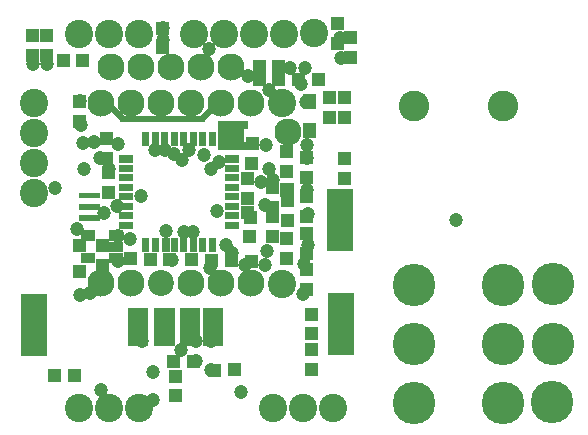
<source format=gbr>
%FSLAX32Y32*%
%MOMM*%
%LNLOETSTOP1*%
G71*
G01*
%ADD10C, 2.40*%
%ADD11C, 1.20*%
%ADD12C, 2.30*%
%ADD13C, 2.20*%
%ADD14C, 2.40*%
%ADD15C, 2.30*%
%ADD16C, 2.60*%
%ADD17C, 3.60*%
%ADD18C, 3.60*%
%LPD*%
X3477Y3987D02*
G54D10*
D03*
X3223Y3987D02*
G54D10*
D03*
X2969Y3987D02*
G54D10*
D03*
X2715Y3987D02*
G54D10*
D03*
G36*
X2074Y2958D02*
X2194Y2958D01*
X2194Y2898D01*
X2074Y2898D01*
X2074Y2958D01*
G37*
G36*
X2074Y2878D02*
X2194Y2878D01*
X2194Y2818D01*
X2074Y2818D01*
X2074Y2878D01*
G37*
G36*
X2074Y2798D02*
X2194Y2798D01*
X2194Y2738D01*
X2074Y2738D01*
X2074Y2798D01*
G37*
G36*
X2074Y2718D02*
X2194Y2718D01*
X2194Y2658D01*
X2074Y2658D01*
X2074Y2718D01*
G37*
G36*
X2074Y2638D02*
X2194Y2638D01*
X2194Y2578D01*
X2074Y2578D01*
X2074Y2638D01*
G37*
G36*
X2074Y2558D02*
X2194Y2558D01*
X2194Y2498D01*
X2074Y2498D01*
X2074Y2558D01*
G37*
G36*
X2074Y2478D02*
X2194Y2478D01*
X2194Y2418D01*
X2074Y2418D01*
X2074Y2478D01*
G37*
G36*
X2074Y2398D02*
X2194Y2398D01*
X2194Y2338D01*
X2074Y2338D01*
X2074Y2398D01*
G37*
G36*
X2974Y2958D02*
X3094Y2958D01*
X3094Y2898D01*
X2974Y2898D01*
X2974Y2958D01*
G37*
G36*
X2974Y2878D02*
X3094Y2878D01*
X3094Y2818D01*
X2974Y2818D01*
X2974Y2878D01*
G37*
G36*
X2974Y2798D02*
X3094Y2798D01*
X3094Y2738D01*
X2974Y2738D01*
X2974Y2798D01*
G37*
G36*
X2974Y2718D02*
X3094Y2718D01*
X3094Y2658D01*
X2974Y2658D01*
X2974Y2718D01*
G37*
G36*
X2974Y2638D02*
X3094Y2638D01*
X3094Y2578D01*
X2974Y2578D01*
X2974Y2638D01*
G37*
G36*
X2974Y2558D02*
X3094Y2558D01*
X3094Y2498D01*
X2974Y2498D01*
X2974Y2558D01*
G37*
G36*
X2974Y2478D02*
X3094Y2478D01*
X3094Y2418D01*
X2974Y2418D01*
X2974Y2478D01*
G37*
G36*
X2974Y2398D02*
X3094Y2398D01*
X3094Y2338D01*
X2974Y2338D01*
X2974Y2398D01*
G37*
G36*
X2274Y3158D02*
X2334Y3158D01*
X2334Y3038D01*
X2274Y3038D01*
X2274Y3158D01*
G37*
G36*
X2354Y3158D02*
X2414Y3158D01*
X2414Y3038D01*
X2354Y3038D01*
X2354Y3158D01*
G37*
G36*
X2434Y3158D02*
X2494Y3158D01*
X2494Y3038D01*
X2434Y3038D01*
X2434Y3158D01*
G37*
G36*
X2514Y3158D02*
X2574Y3158D01*
X2574Y3038D01*
X2514Y3038D01*
X2514Y3158D01*
G37*
G36*
X2594Y3158D02*
X2654Y3158D01*
X2654Y3038D01*
X2594Y3038D01*
X2594Y3158D01*
G37*
G36*
X2674Y3158D02*
X2734Y3158D01*
X2734Y3038D01*
X2674Y3038D01*
X2674Y3158D01*
G37*
G36*
X2754Y3158D02*
X2814Y3158D01*
X2814Y3038D01*
X2754Y3038D01*
X2754Y3158D01*
G37*
G36*
X2834Y3158D02*
X2894Y3158D01*
X2894Y3038D01*
X2834Y3038D01*
X2834Y3158D01*
G37*
G36*
X2274Y2258D02*
X2334Y2258D01*
X2334Y2138D01*
X2274Y2138D01*
X2274Y2258D01*
G37*
G36*
X2354Y2258D02*
X2414Y2258D01*
X2414Y2138D01*
X2354Y2138D01*
X2354Y2258D01*
G37*
G36*
X2444Y2258D02*
X2504Y2258D01*
X2504Y2138D01*
X2444Y2138D01*
X2444Y2258D01*
G37*
G36*
X2514Y2258D02*
X2574Y2258D01*
X2574Y2138D01*
X2514Y2138D01*
X2514Y2258D01*
G37*
G36*
X2594Y2258D02*
X2654Y2258D01*
X2654Y2138D01*
X2594Y2138D01*
X2594Y2258D01*
G37*
G36*
X2674Y2258D02*
X2734Y2258D01*
X2734Y2138D01*
X2674Y2138D01*
X2674Y2258D01*
G37*
G36*
X2754Y2258D02*
X2814Y2258D01*
X2814Y2138D01*
X2754Y2138D01*
X2754Y2258D01*
G37*
G36*
X2834Y2258D02*
X2894Y2258D01*
X2894Y2138D01*
X2834Y2138D01*
X2834Y2258D01*
G37*
G36*
X3218Y2814D02*
X3218Y2704D01*
X3108Y2704D01*
X3108Y2814D01*
X3218Y2814D01*
G37*
G36*
X3216Y2647D02*
X3216Y2537D01*
X3106Y2537D01*
X3106Y2647D01*
X3216Y2647D01*
G37*
G36*
X2042Y2868D02*
X2042Y2758D01*
X1932Y2758D01*
X1932Y2868D01*
X2042Y2868D01*
G37*
G36*
X2041Y2701D02*
X2041Y2591D01*
X1931Y2591D01*
X1931Y2701D01*
X2041Y2701D01*
G37*
X2538Y2968D02*
G54D11*
D03*
X3197Y1880D02*
G54D12*
D03*
X2943Y1880D02*
G54D12*
D03*
X2689Y1880D02*
G54D12*
D03*
X2435Y1880D02*
G54D13*
D03*
X2181Y1880D02*
G54D12*
D03*
X1927Y1880D02*
G54D12*
D03*
X2983Y2198D02*
G54D11*
D03*
X2626Y2309D02*
G54D11*
D03*
X2705Y2309D02*
G54D11*
D03*
X2380Y3000D02*
G54D11*
D03*
X2467Y3000D02*
G54D11*
D03*
X2062Y2531D02*
G54D11*
D03*
G36*
X3257Y3115D02*
X3257Y3005D01*
X3147Y3005D01*
X3147Y3115D01*
X3257Y3115D01*
G37*
G36*
X3256Y2948D02*
X3256Y2838D01*
X3146Y2838D01*
X3146Y2948D01*
X3256Y2948D01*
G37*
X3197Y3404D02*
G54D12*
D03*
X2943Y3404D02*
G54D12*
D03*
X2689Y3404D02*
G54D12*
D03*
X2435Y3404D02*
G54D12*
D03*
X2181Y3404D02*
G54D12*
D03*
X1927Y3404D02*
G54D12*
D03*
G36*
X1755Y2044D02*
X1755Y2134D01*
X1875Y2134D01*
X1875Y2044D01*
X1755Y2044D01*
G37*
G36*
X1755Y2234D02*
X1755Y2324D01*
X1875Y2324D01*
X1875Y2234D01*
X1755Y2234D01*
G37*
G36*
X1993Y2044D02*
X1993Y2134D01*
X2113Y2134D01*
X2113Y2044D01*
X1993Y2044D01*
G37*
G36*
X1993Y2234D02*
X1993Y2324D01*
X2113Y2324D01*
X2113Y2234D01*
X1993Y2234D01*
G37*
G36*
X1993Y2139D02*
X1993Y2229D01*
X2113Y2229D01*
X2113Y2139D01*
X1993Y2139D01*
G37*
X2165Y2254D02*
G54D11*
D03*
X2261Y2611D02*
G54D11*
D03*
X3452Y1872D02*
G54D14*
D03*
X1991Y2841D02*
G54D11*
D03*
G36*
X2026Y3154D02*
X2026Y3044D01*
X1916Y3044D01*
X1916Y3154D01*
X2026Y3154D01*
G37*
G36*
X2025Y2987D02*
X2025Y2877D01*
X1915Y2877D01*
X1915Y2987D01*
X2025Y2987D01*
G37*
X2070Y3055D02*
G54D11*
D03*
X1919Y2936D02*
G54D11*
D03*
X2856Y2841D02*
G54D11*
D03*
X3452Y3404D02*
G54D14*
D03*
X3507Y3158D02*
G54D12*
D03*
X2070Y2063D02*
G54D11*
D03*
X1864Y3071D02*
G54D11*
D03*
G36*
X3559Y2631D02*
X3559Y2521D01*
X3449Y2521D01*
X3449Y2631D01*
X3559Y2631D01*
G37*
G36*
X3558Y2464D02*
X3558Y2354D01*
X3448Y2354D01*
X3448Y2464D01*
X3558Y2464D01*
G37*
G36*
X3551Y2306D02*
X3551Y2196D01*
X3441Y2196D01*
X3441Y2306D01*
X3551Y2306D01*
G37*
G36*
X3550Y2139D02*
X3550Y2029D01*
X3440Y2029D01*
X3440Y2139D01*
X3550Y2139D01*
G37*
G36*
X3439Y2726D02*
X3559Y2726D01*
X3559Y2606D01*
X3439Y2606D01*
X3439Y2726D01*
G37*
G36*
X2562Y2025D02*
X2452Y2025D01*
X2452Y2135D01*
X2562Y2135D01*
X2562Y2025D01*
G37*
G36*
X2395Y2026D02*
X2285Y2026D01*
X2285Y2136D01*
X2395Y2136D01*
X2395Y2026D01*
G37*
G36*
X2911Y2017D02*
X2801Y2017D01*
X2801Y2127D01*
X2911Y2127D01*
X2911Y2017D01*
G37*
G36*
X2744Y2018D02*
X2634Y2018D01*
X2634Y2128D01*
X2744Y2128D01*
X2744Y2018D01*
G37*
G36*
X3129Y2213D02*
X3129Y2323D01*
X3239Y2323D01*
X3239Y2213D01*
X3129Y2213D01*
G37*
G36*
X3130Y2380D02*
X3130Y2490D01*
X3240Y2490D01*
X3240Y2380D01*
X3130Y2380D01*
G37*
G36*
X3253Y2009D02*
X3143Y2009D01*
X3143Y2119D01*
X3253Y2119D01*
X3253Y2009D01*
G37*
G36*
X3086Y2010D02*
X2976Y2010D01*
X2976Y2120D01*
X3086Y2120D01*
X3086Y2010D01*
G37*
X3031Y2135D02*
G54D11*
D03*
X2475Y2317D02*
G54D11*
D03*
G36*
X3439Y2768D02*
X3439Y2878D01*
X3549Y2878D01*
X3549Y2768D01*
X3439Y2768D01*
G37*
G36*
X3440Y2935D02*
X3440Y3045D01*
X3550Y3045D01*
X3550Y2935D01*
X3440Y2935D01*
G37*
X3277Y2730D02*
G54D11*
D03*
X2523Y2071D02*
G54D11*
D03*
X2848Y2008D02*
G54D11*
D03*
X3142Y2031D02*
G54D11*
D03*
G36*
X2912Y3182D02*
X3022Y3182D01*
X3022Y3072D01*
X2912Y3072D01*
X2912Y3182D01*
G37*
G36*
X3023Y3182D02*
X3133Y3182D01*
X3133Y3072D01*
X3023Y3072D01*
X3023Y3182D01*
G37*
G36*
X2912Y3074D02*
X3182Y3074D01*
X3182Y3004D01*
X2912Y3004D01*
X2912Y3074D01*
G37*
G36*
X2914Y3249D02*
X3164Y3249D01*
X3164Y3179D01*
X2914Y3179D01*
X2914Y3249D01*
G37*
X3078Y3127D02*
G54D11*
D03*
X2920Y2904D02*
G54D11*
D03*
X1769Y3063D02*
G54D11*
D03*
X1776Y2841D02*
G54D11*
D03*
X1721Y2333D02*
G54D11*
D03*
X1745Y1777D02*
G54D11*
D03*
X3324Y3047D02*
G54D11*
D03*
X3348Y2841D02*
G54D11*
D03*
X3332Y2150D02*
G54D11*
D03*
X3316Y2031D02*
G54D11*
D03*
G36*
X3432Y2496D02*
X3432Y2386D01*
X3322Y2386D01*
X3322Y2496D01*
X3432Y2496D01*
G37*
G36*
X3431Y2329D02*
X3431Y2219D01*
X3321Y2219D01*
X3321Y2329D01*
X3431Y2329D01*
G37*
G36*
X1913Y2644D02*
X1913Y2594D01*
X1733Y2594D01*
X1733Y2644D01*
X1913Y2644D01*
G37*
G36*
X1913Y2549D02*
X1913Y2499D01*
X1733Y2499D01*
X1733Y2549D01*
X1913Y2549D01*
G37*
G36*
X1913Y2454D02*
X1913Y2404D01*
X1733Y2404D01*
X1733Y2454D01*
X1913Y2454D01*
G37*
X1951Y2468D02*
G54D11*
D03*
G36*
X1796Y3471D02*
X1796Y3361D01*
X1686Y3361D01*
X1686Y3471D01*
X1796Y3471D01*
G37*
G36*
X1795Y3304D02*
X1795Y3194D01*
X1685Y3194D01*
X1685Y3304D01*
X1795Y3304D01*
G37*
G36*
X1684Y1924D02*
X1684Y2034D01*
X1794Y2034D01*
X1794Y1924D01*
X1684Y1924D01*
G37*
G36*
X1685Y2138D02*
X1685Y2248D01*
X1795Y2248D01*
X1795Y2138D01*
X1685Y2138D01*
G37*
X2070Y2277D02*
G54D11*
D03*
G36*
X1995Y2248D02*
X1995Y2138D01*
X1885Y2138D01*
X1885Y2248D01*
X1995Y2248D01*
G37*
G36*
X1994Y2081D02*
X1994Y1971D01*
X1884Y1971D01*
X1884Y2081D01*
X1994Y2081D01*
G37*
X1745Y3420D02*
G54D11*
D03*
X1753Y3214D02*
G54D11*
D03*
G36*
X2394Y2026D02*
X2284Y2026D01*
X2284Y2136D01*
X2394Y2136D01*
X2394Y2026D01*
G37*
G36*
X2227Y2027D02*
X2117Y2027D01*
X2117Y2137D01*
X2227Y2137D01*
X2227Y2027D01*
G37*
X1832Y1793D02*
G54D11*
D03*
G36*
X3718Y2353D02*
X3718Y2243D01*
X3608Y2243D01*
X3608Y2353D01*
X3718Y2353D01*
G37*
G36*
X3717Y2186D02*
X3717Y2076D01*
X3607Y2076D01*
X3607Y2186D01*
X3717Y2186D01*
G37*
G36*
X3718Y2663D02*
X3718Y2553D01*
X3608Y2553D01*
X3608Y2663D01*
X3718Y2663D01*
G37*
G36*
X3717Y2496D02*
X3717Y2386D01*
X3607Y2386D01*
X3607Y2496D01*
X3717Y2496D01*
G37*
G36*
X3718Y2996D02*
X3718Y2886D01*
X3608Y2886D01*
X3608Y2996D01*
X3718Y2996D01*
G37*
G36*
X3717Y2829D02*
X3717Y2719D01*
X3607Y2719D01*
X3607Y2829D01*
X3717Y2829D01*
G37*
G36*
X3718Y2044D02*
X3718Y1934D01*
X3608Y1934D01*
X3608Y2044D01*
X3718Y2044D01*
G37*
G36*
X3717Y1877D02*
X3717Y1767D01*
X3607Y1767D01*
X3607Y1877D01*
X3717Y1877D01*
G37*
X3674Y2198D02*
G54D11*
D03*
X3666Y2666D02*
G54D11*
D03*
X3674Y2460D02*
G54D11*
D03*
X3666Y2936D02*
G54D11*
D03*
X3642Y2039D02*
G54D11*
D03*
X3634Y1785D02*
G54D11*
D03*
G36*
X3432Y2742D02*
X3432Y2632D01*
X3322Y2632D01*
X3322Y2742D01*
X3432Y2742D01*
G37*
G36*
X3431Y2575D02*
X3431Y2465D01*
X3321Y2465D01*
X3321Y2575D01*
X3431Y2575D01*
G37*
X3380Y2746D02*
G54D11*
D03*
X3308Y2539D02*
G54D11*
D03*
X2904Y2484D02*
G54D11*
D03*
X3666Y3047D02*
G54D11*
D03*
G36*
X3741Y3479D02*
X3741Y3354D01*
X3631Y3354D01*
X3631Y3479D01*
X3741Y3479D01*
G37*
G36*
X3741Y3232D02*
X3741Y3107D01*
X3631Y3107D01*
X3631Y3232D01*
X3741Y3232D01*
G37*
X3658Y3412D02*
G54D11*
D03*
X2610Y2920D02*
G54D11*
D03*
X2666Y3000D02*
G54D11*
D03*
G36*
X2083Y3295D02*
X2803Y3295D01*
X2803Y3245D01*
X2083Y3245D01*
X2083Y3295D01*
G37*
G36*
X2038Y3376D02*
X2137Y3277D01*
X2102Y3242D01*
X2003Y3341D01*
X2038Y3376D01*
G37*
G36*
X2868Y3326D02*
X2783Y3241D01*
X2748Y3276D01*
X2833Y3361D01*
X2868Y3326D01*
G37*
X2792Y2960D02*
G54D11*
D03*
G36*
X3111Y2531D02*
X3221Y2531D01*
X3221Y2421D01*
X3111Y2421D01*
X3111Y2531D01*
G37*
X1358Y2638D02*
G54D10*
D03*
X1358Y2892D02*
G54D10*
D03*
X1358Y3146D02*
G54D10*
D03*
X1358Y3400D02*
G54D10*
D03*
X3024Y3706D02*
G54D15*
D03*
X2770Y3706D02*
G54D15*
D03*
X2516Y3706D02*
G54D15*
D03*
X2262Y3706D02*
G54D15*
D03*
X2008Y3706D02*
G54D15*
D03*
G36*
X3484Y3659D02*
X3374Y3659D01*
X3374Y3769D01*
X3484Y3769D01*
X3484Y3659D01*
G37*
G36*
X3317Y3658D02*
X3207Y3658D01*
X3207Y3768D01*
X3317Y3768D01*
X3317Y3658D01*
G37*
G36*
X3484Y3548D02*
X3374Y3548D01*
X3374Y3658D01*
X3484Y3658D01*
X3484Y3548D01*
G37*
G36*
X3317Y3546D02*
X3207Y3546D01*
X3207Y3656D01*
X3317Y3656D01*
X3317Y3546D01*
G37*
X3167Y3627D02*
G54D11*
D03*
X3524Y3698D02*
G54D11*
D03*
X2241Y3984D02*
G54D10*
D03*
X1987Y3984D02*
G54D10*
D03*
X1733Y3984D02*
G54D10*
D03*
X3884Y824D02*
G54D10*
D03*
X3630Y824D02*
G54D10*
D03*
X3376Y824D02*
G54D10*
D03*
X2241Y824D02*
G54D10*
D03*
X1987Y824D02*
G54D10*
D03*
X1733Y824D02*
G54D10*
D03*
X3731Y3992D02*
G54D10*
D03*
X2834Y3857D02*
G54D11*
D03*
X1921Y968D02*
G54D11*
D03*
X1532Y2682D02*
G54D11*
D03*
G36*
X3806Y3225D02*
X3806Y3335D01*
X3916Y3335D01*
X3916Y3225D01*
X3806Y3225D01*
G37*
G36*
X3805Y3392D02*
X3805Y3502D01*
X3915Y3502D01*
X3915Y3392D01*
X3805Y3392D01*
G37*
G36*
X3933Y3225D02*
X3933Y3335D01*
X4043Y3335D01*
X4043Y3225D01*
X3933Y3225D01*
G37*
G36*
X3932Y3392D02*
X3932Y3502D01*
X4042Y3502D01*
X4042Y3392D01*
X3932Y3392D01*
G37*
G36*
X3835Y2672D02*
X4055Y2672D01*
X4055Y2152D01*
X3835Y2152D01*
X3835Y2672D01*
G37*
G36*
X1247Y1783D02*
X1467Y1783D01*
X1467Y1263D01*
X1247Y1263D01*
X1247Y1783D01*
G37*
G36*
X3843Y1791D02*
X4063Y1791D01*
X4063Y1271D01*
X3843Y1271D01*
X3843Y1791D01*
G37*
G36*
X3541Y3658D02*
X3651Y3658D01*
X3651Y3548D01*
X3541Y3548D01*
X3541Y3658D01*
G37*
G36*
X3708Y3657D02*
X3818Y3657D01*
X3818Y3547D01*
X3708Y3547D01*
X3708Y3657D01*
G37*
X3342Y3508D02*
G54D11*
D03*
X3651Y3698D02*
G54D11*
D03*
X3620Y3563D02*
G54D11*
D03*
G36*
X3982Y3733D02*
X3982Y3843D01*
X4092Y3843D01*
X4092Y3733D01*
X3982Y3733D01*
G37*
G36*
X3981Y3900D02*
X3981Y4010D01*
X4091Y4010D01*
X4091Y3900D01*
X3981Y3900D01*
G37*
X3953Y3786D02*
G54D11*
D03*
G36*
X4044Y2987D02*
X4044Y2877D01*
X3934Y2877D01*
X3934Y2987D01*
X4044Y2987D01*
G37*
G36*
X4043Y2820D02*
X4043Y2710D01*
X3933Y2710D01*
X3933Y2820D01*
X4043Y2820D01*
G37*
G36*
X1548Y3817D02*
X1658Y3817D01*
X1658Y3707D01*
X1548Y3707D01*
X1548Y3817D01*
G37*
G36*
X1715Y3816D02*
X1825Y3816D01*
X1825Y3706D01*
X1715Y3706D01*
X1715Y3816D01*
G37*
G36*
X1477Y1148D02*
X1587Y1148D01*
X1587Y1038D01*
X1477Y1038D01*
X1477Y1148D01*
G37*
G36*
X1644Y1149D02*
X1754Y1149D01*
X1754Y1039D01*
X1644Y1039D01*
X1644Y1149D01*
G37*
G36*
X2498Y868D02*
X2498Y978D01*
X2608Y978D01*
X2608Y868D01*
X2498Y868D01*
G37*
G36*
X2497Y1035D02*
X2497Y1145D01*
X2607Y1145D01*
X2607Y1035D01*
X2497Y1035D01*
G37*
G36*
X1411Y3749D02*
X1411Y3859D01*
X1521Y3859D01*
X1521Y3749D01*
X1411Y3749D01*
G37*
G36*
X1410Y3916D02*
X1410Y4026D01*
X1520Y4026D01*
X1520Y3916D01*
X1410Y3916D01*
G37*
G36*
X1292Y3749D02*
X1292Y3859D01*
X1402Y3859D01*
X1402Y3749D01*
X1292Y3749D01*
G37*
G36*
X1291Y3916D02*
X1291Y4026D01*
X1401Y4026D01*
X1401Y3916D01*
X1291Y3916D01*
G37*
X1349Y3730D02*
G54D11*
D03*
X1468Y3730D02*
G54D11*
D03*
X3945Y3952D02*
G54D11*
D03*
G36*
X3871Y3852D02*
X3871Y3962D01*
X3981Y3962D01*
X3981Y3852D01*
X3871Y3852D01*
G37*
G36*
X3870Y4019D02*
X3870Y4129D01*
X3980Y4129D01*
X3980Y4019D01*
X3870Y4019D01*
G37*
X3112Y952D02*
G54D11*
D03*
G36*
X2832Y1196D02*
X2942Y1196D01*
X2942Y1086D01*
X2832Y1086D01*
X2832Y1196D01*
G37*
G36*
X2999Y1197D02*
X3109Y1197D01*
X3109Y1087D01*
X2999Y1087D01*
X2999Y1197D01*
G37*
G36*
X2483Y1267D02*
X2593Y1267D01*
X2593Y1157D01*
X2483Y1157D01*
X2483Y1267D01*
G37*
G36*
X2650Y1268D02*
X2760Y1268D01*
X2760Y1158D01*
X2650Y1158D01*
X2650Y1268D01*
G37*
X2858Y1142D02*
G54D11*
D03*
X2730Y1214D02*
G54D11*
D03*
X2365Y888D02*
G54D11*
D03*
X2365Y1126D02*
G54D11*
D03*
G36*
X2153Y1668D02*
X2323Y1668D01*
X2323Y1348D01*
X2153Y1348D01*
X2153Y1668D01*
G37*
G36*
X2376Y1668D02*
X2546Y1668D01*
X2546Y1348D01*
X2376Y1348D01*
X2376Y1668D01*
G37*
G36*
X2590Y1668D02*
X2760Y1668D01*
X2760Y1348D01*
X2590Y1348D01*
X2590Y1668D01*
G37*
G36*
X2788Y1668D02*
X2958Y1668D01*
X2958Y1348D01*
X2788Y1348D01*
X2788Y1668D01*
G37*
X2858Y1388D02*
G54D11*
D03*
X2730Y1388D02*
G54D11*
D03*
X2270Y1388D02*
G54D11*
D03*
X2604Y1309D02*
G54D11*
D03*
G36*
X3758Y1670D02*
X3758Y1560D01*
X3648Y1560D01*
X3648Y1670D01*
X3758Y1670D01*
G37*
G36*
X3757Y1503D02*
X3757Y1393D01*
X3647Y1393D01*
X3647Y1503D01*
X3757Y1503D01*
G37*
G36*
X3758Y1368D02*
X3758Y1258D01*
X3648Y1258D01*
X3648Y1368D01*
X3758Y1368D01*
G37*
G36*
X3757Y1201D02*
X3757Y1091D01*
X3647Y1091D01*
X3647Y1201D01*
X3757Y1201D01*
G37*
G36*
X2496Y4090D02*
X2496Y3980D01*
X2386Y3980D01*
X2386Y4090D01*
X2496Y4090D01*
G37*
G36*
X2495Y3923D02*
X2495Y3813D01*
X2385Y3813D01*
X2385Y3923D01*
X2495Y3923D01*
G37*
X2445Y3936D02*
G54D11*
D03*
X2445Y4040D02*
G54D11*
D03*
X5326Y3376D02*
G54D16*
D03*
X4573Y3376D02*
G54D16*
D03*
X4570Y1863D02*
G54D17*
D03*
X5323Y1863D02*
G54D17*
D03*
X4570Y1361D02*
G54D17*
D03*
X5323Y1361D02*
G54D17*
D03*
X4570Y859D02*
G54D17*
D03*
X5323Y859D02*
G54D17*
D03*
X4927Y2411D02*
G54D11*
D03*
X5743Y871D02*
G54D18*
D03*
X5753Y1363D02*
G54D18*
D03*
X5751Y1871D02*
G54D18*
D03*
M02*

</source>
